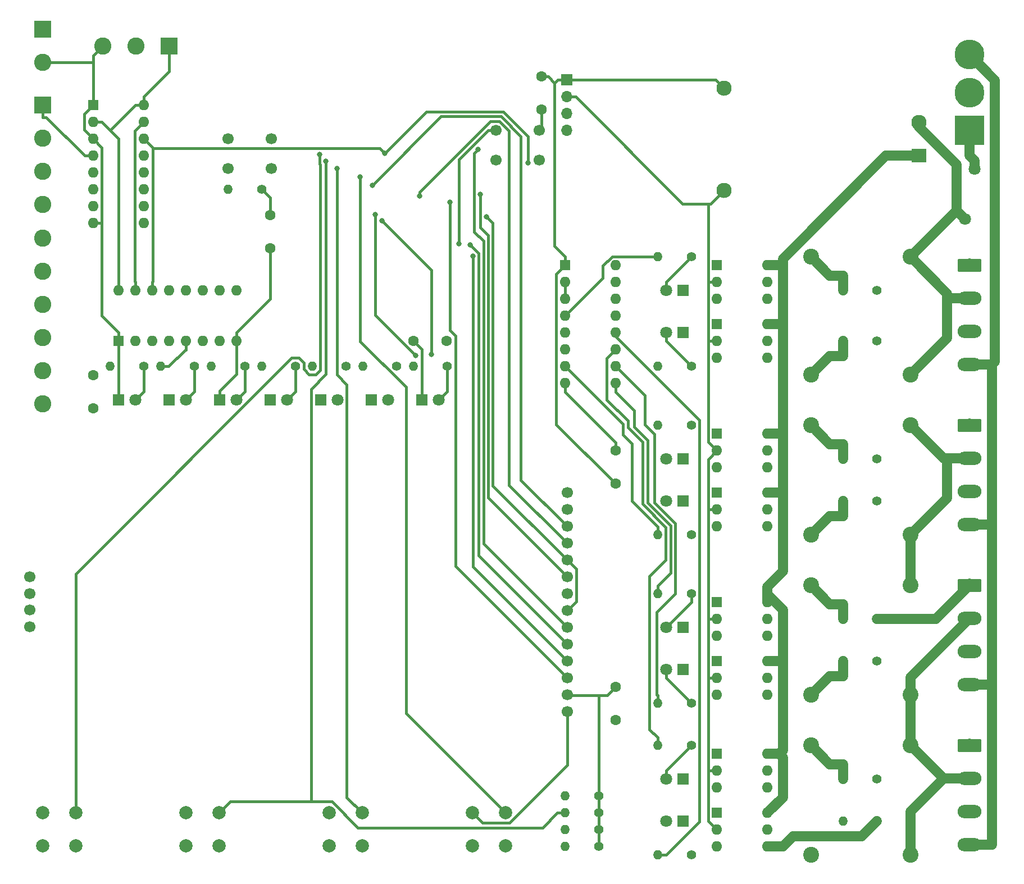
<source format=gbr>
G04 #@! TF.GenerationSoftware,KiCad,Pcbnew,(5.1.4)-1*
G04 #@! TF.CreationDate,2019-09-14T19:38:37+02:00*
G04 #@! TF.ProjectId,regulator board,72656775-6c61-4746-9f72-20626f617264,rev?*
G04 #@! TF.SameCoordinates,Original*
G04 #@! TF.FileFunction,Copper,L2,Bot*
G04 #@! TF.FilePolarity,Positive*
%FSLAX46Y46*%
G04 Gerber Fmt 4.6, Leading zero omitted, Abs format (unit mm)*
G04 Created by KiCad (PCBNEW (5.1.4)-1) date 2019-09-14 19:38:37*
%MOMM*%
%LPD*%
G04 APERTURE LIST*
%ADD10C,2.300000*%
%ADD11R,2.300000X2.000000*%
%ADD12C,1.600000*%
%ADD13C,2.400000*%
%ADD14R,1.800000X1.800000*%
%ADD15C,1.800000*%
%ADD16C,0.100000*%
%ADD17C,2.000000*%
%ADD18O,3.600000X2.000000*%
%ADD19R,1.700000X1.700000*%
%ADD20O,1.700000X1.700000*%
%ADD21R,2.600000X2.600000*%
%ADD22C,2.600000*%
%ADD23O,1.400000X1.400000*%
%ADD24C,1.400000*%
%ADD25C,1.700000*%
%ADD26R,1.600000X1.600000*%
%ADD27O,1.600000X1.600000*%
%ADD28R,4.500880X4.500880*%
%ADD29C,4.500880*%
%ADD30C,0.800000*%
%ADD31C,0.400000*%
%ADD32C,1.500000*%
G04 APERTURE END LIST*
D10*
X154750000Y-34250000D03*
X184150000Y-39450000D03*
D11*
X184150000Y-44450000D03*
D10*
X154750000Y-49650000D03*
D12*
X138430000Y-88900000D03*
X138430000Y-93900000D03*
X59690000Y-77550000D03*
X59690000Y-82550000D03*
X107950000Y-72390000D03*
X112950000Y-72390000D03*
X127254000Y-32512000D03*
X127254000Y-37512000D03*
X138430000Y-124540000D03*
X138430000Y-129540000D03*
X86360000Y-53420000D03*
X86360000Y-58420000D03*
D13*
X167880000Y-59690000D03*
X182880000Y-59690000D03*
X182880000Y-77470000D03*
X167880000Y-77470000D03*
X182880000Y-85090000D03*
X167880000Y-85090000D03*
X167880000Y-101600000D03*
X182880000Y-101600000D03*
X182880000Y-109220000D03*
X167880000Y-109220000D03*
X167880000Y-125730000D03*
X182880000Y-125730000D03*
X182880000Y-133350000D03*
X167880000Y-133350000D03*
X167880000Y-149860000D03*
X182880000Y-149860000D03*
D14*
X148590000Y-64770000D03*
D15*
X146050000Y-64770000D03*
X146050000Y-71120000D03*
D14*
X148590000Y-71120000D03*
X148590000Y-90170000D03*
D15*
X146050000Y-90170000D03*
X146050000Y-96520000D03*
D14*
X148590000Y-96520000D03*
X148590000Y-115570000D03*
D15*
X146050000Y-115570000D03*
X146050000Y-121920000D03*
D14*
X148590000Y-121920000D03*
D15*
X146050000Y-138430000D03*
D14*
X148590000Y-138430000D03*
X148590000Y-144780000D03*
D15*
X146050000Y-144780000D03*
D14*
X63500000Y-81280000D03*
D15*
X66040000Y-81280000D03*
D14*
X71120000Y-81280000D03*
D15*
X73660000Y-81280000D03*
X81280000Y-81280000D03*
D14*
X78740000Y-81280000D03*
X86360000Y-81280000D03*
D15*
X88900000Y-81280000D03*
D14*
X93980000Y-81280000D03*
D15*
X96520000Y-81280000D03*
X104140000Y-81280000D03*
D14*
X101600000Y-81280000D03*
D15*
X111760000Y-81280000D03*
D14*
X109220000Y-81280000D03*
D16*
G36*
X193344504Y-59961204D02*
G01*
X193368773Y-59964804D01*
X193392571Y-59970765D01*
X193415671Y-59979030D01*
X193437849Y-59989520D01*
X193458893Y-60002133D01*
X193478598Y-60016747D01*
X193496777Y-60033223D01*
X193513253Y-60051402D01*
X193527867Y-60071107D01*
X193540480Y-60092151D01*
X193550970Y-60114329D01*
X193559235Y-60137429D01*
X193565196Y-60161227D01*
X193568796Y-60185496D01*
X193570000Y-60210000D01*
X193570000Y-61710000D01*
X193568796Y-61734504D01*
X193565196Y-61758773D01*
X193559235Y-61782571D01*
X193550970Y-61805671D01*
X193540480Y-61827849D01*
X193527867Y-61848893D01*
X193513253Y-61868598D01*
X193496777Y-61886777D01*
X193478598Y-61903253D01*
X193458893Y-61917867D01*
X193437849Y-61930480D01*
X193415671Y-61940970D01*
X193392571Y-61949235D01*
X193368773Y-61955196D01*
X193344504Y-61958796D01*
X193320000Y-61960000D01*
X190220000Y-61960000D01*
X190195496Y-61958796D01*
X190171227Y-61955196D01*
X190147429Y-61949235D01*
X190124329Y-61940970D01*
X190102151Y-61930480D01*
X190081107Y-61917867D01*
X190061402Y-61903253D01*
X190043223Y-61886777D01*
X190026747Y-61868598D01*
X190012133Y-61848893D01*
X189999520Y-61827849D01*
X189989030Y-61805671D01*
X189980765Y-61782571D01*
X189974804Y-61758773D01*
X189971204Y-61734504D01*
X189970000Y-61710000D01*
X189970000Y-60210000D01*
X189971204Y-60185496D01*
X189974804Y-60161227D01*
X189980765Y-60137429D01*
X189989030Y-60114329D01*
X189999520Y-60092151D01*
X190012133Y-60071107D01*
X190026747Y-60051402D01*
X190043223Y-60033223D01*
X190061402Y-60016747D01*
X190081107Y-60002133D01*
X190102151Y-59989520D01*
X190124329Y-59979030D01*
X190147429Y-59970765D01*
X190171227Y-59964804D01*
X190195496Y-59961204D01*
X190220000Y-59960000D01*
X193320000Y-59960000D01*
X193344504Y-59961204D01*
X193344504Y-59961204D01*
G37*
D17*
X191770000Y-60960000D03*
D18*
X191770000Y-65960000D03*
X191770000Y-70960000D03*
X191770000Y-75960000D03*
D19*
X131064000Y-33020000D03*
D20*
X131064000Y-35560000D03*
X131064000Y-38100000D03*
X131064000Y-40640000D03*
D18*
X191770000Y-100090000D03*
X191770000Y-95090000D03*
X191770000Y-90090000D03*
D16*
G36*
X193344504Y-84091204D02*
G01*
X193368773Y-84094804D01*
X193392571Y-84100765D01*
X193415671Y-84109030D01*
X193437849Y-84119520D01*
X193458893Y-84132133D01*
X193478598Y-84146747D01*
X193496777Y-84163223D01*
X193513253Y-84181402D01*
X193527867Y-84201107D01*
X193540480Y-84222151D01*
X193550970Y-84244329D01*
X193559235Y-84267429D01*
X193565196Y-84291227D01*
X193568796Y-84315496D01*
X193570000Y-84340000D01*
X193570000Y-85840000D01*
X193568796Y-85864504D01*
X193565196Y-85888773D01*
X193559235Y-85912571D01*
X193550970Y-85935671D01*
X193540480Y-85957849D01*
X193527867Y-85978893D01*
X193513253Y-85998598D01*
X193496777Y-86016777D01*
X193478598Y-86033253D01*
X193458893Y-86047867D01*
X193437849Y-86060480D01*
X193415671Y-86070970D01*
X193392571Y-86079235D01*
X193368773Y-86085196D01*
X193344504Y-86088796D01*
X193320000Y-86090000D01*
X190220000Y-86090000D01*
X190195496Y-86088796D01*
X190171227Y-86085196D01*
X190147429Y-86079235D01*
X190124329Y-86070970D01*
X190102151Y-86060480D01*
X190081107Y-86047867D01*
X190061402Y-86033253D01*
X190043223Y-86016777D01*
X190026747Y-85998598D01*
X190012133Y-85978893D01*
X189999520Y-85957849D01*
X189989030Y-85935671D01*
X189980765Y-85912571D01*
X189974804Y-85888773D01*
X189971204Y-85864504D01*
X189970000Y-85840000D01*
X189970000Y-84340000D01*
X189971204Y-84315496D01*
X189974804Y-84291227D01*
X189980765Y-84267429D01*
X189989030Y-84244329D01*
X189999520Y-84222151D01*
X190012133Y-84201107D01*
X190026747Y-84181402D01*
X190043223Y-84163223D01*
X190061402Y-84146747D01*
X190081107Y-84132133D01*
X190102151Y-84119520D01*
X190124329Y-84109030D01*
X190147429Y-84100765D01*
X190171227Y-84094804D01*
X190195496Y-84091204D01*
X190220000Y-84090000D01*
X193320000Y-84090000D01*
X193344504Y-84091204D01*
X193344504Y-84091204D01*
G37*
D17*
X191770000Y-85090000D03*
D16*
G36*
X193344504Y-108221204D02*
G01*
X193368773Y-108224804D01*
X193392571Y-108230765D01*
X193415671Y-108239030D01*
X193437849Y-108249520D01*
X193458893Y-108262133D01*
X193478598Y-108276747D01*
X193496777Y-108293223D01*
X193513253Y-108311402D01*
X193527867Y-108331107D01*
X193540480Y-108352151D01*
X193550970Y-108374329D01*
X193559235Y-108397429D01*
X193565196Y-108421227D01*
X193568796Y-108445496D01*
X193570000Y-108470000D01*
X193570000Y-109970000D01*
X193568796Y-109994504D01*
X193565196Y-110018773D01*
X193559235Y-110042571D01*
X193550970Y-110065671D01*
X193540480Y-110087849D01*
X193527867Y-110108893D01*
X193513253Y-110128598D01*
X193496777Y-110146777D01*
X193478598Y-110163253D01*
X193458893Y-110177867D01*
X193437849Y-110190480D01*
X193415671Y-110200970D01*
X193392571Y-110209235D01*
X193368773Y-110215196D01*
X193344504Y-110218796D01*
X193320000Y-110220000D01*
X190220000Y-110220000D01*
X190195496Y-110218796D01*
X190171227Y-110215196D01*
X190147429Y-110209235D01*
X190124329Y-110200970D01*
X190102151Y-110190480D01*
X190081107Y-110177867D01*
X190061402Y-110163253D01*
X190043223Y-110146777D01*
X190026747Y-110128598D01*
X190012133Y-110108893D01*
X189999520Y-110087849D01*
X189989030Y-110065671D01*
X189980765Y-110042571D01*
X189974804Y-110018773D01*
X189971204Y-109994504D01*
X189970000Y-109970000D01*
X189970000Y-108470000D01*
X189971204Y-108445496D01*
X189974804Y-108421227D01*
X189980765Y-108397429D01*
X189989030Y-108374329D01*
X189999520Y-108352151D01*
X190012133Y-108331107D01*
X190026747Y-108311402D01*
X190043223Y-108293223D01*
X190061402Y-108276747D01*
X190081107Y-108262133D01*
X190102151Y-108249520D01*
X190124329Y-108239030D01*
X190147429Y-108230765D01*
X190171227Y-108224804D01*
X190195496Y-108221204D01*
X190220000Y-108220000D01*
X193320000Y-108220000D01*
X193344504Y-108221204D01*
X193344504Y-108221204D01*
G37*
D17*
X191770000Y-109220000D03*
D18*
X191770000Y-114220000D03*
X191770000Y-119220000D03*
X191770000Y-124220000D03*
D21*
X71120000Y-27940000D03*
D22*
X66120000Y-27940000D03*
X61120000Y-27940000D03*
D18*
X191770000Y-148350000D03*
X191770000Y-143350000D03*
X191770000Y-138350000D03*
D16*
G36*
X193344504Y-132351204D02*
G01*
X193368773Y-132354804D01*
X193392571Y-132360765D01*
X193415671Y-132369030D01*
X193437849Y-132379520D01*
X193458893Y-132392133D01*
X193478598Y-132406747D01*
X193496777Y-132423223D01*
X193513253Y-132441402D01*
X193527867Y-132461107D01*
X193540480Y-132482151D01*
X193550970Y-132504329D01*
X193559235Y-132527429D01*
X193565196Y-132551227D01*
X193568796Y-132575496D01*
X193570000Y-132600000D01*
X193570000Y-134100000D01*
X193568796Y-134124504D01*
X193565196Y-134148773D01*
X193559235Y-134172571D01*
X193550970Y-134195671D01*
X193540480Y-134217849D01*
X193527867Y-134238893D01*
X193513253Y-134258598D01*
X193496777Y-134276777D01*
X193478598Y-134293253D01*
X193458893Y-134307867D01*
X193437849Y-134320480D01*
X193415671Y-134330970D01*
X193392571Y-134339235D01*
X193368773Y-134345196D01*
X193344504Y-134348796D01*
X193320000Y-134350000D01*
X190220000Y-134350000D01*
X190195496Y-134348796D01*
X190171227Y-134345196D01*
X190147429Y-134339235D01*
X190124329Y-134330970D01*
X190102151Y-134320480D01*
X190081107Y-134307867D01*
X190061402Y-134293253D01*
X190043223Y-134276777D01*
X190026747Y-134258598D01*
X190012133Y-134238893D01*
X189999520Y-134217849D01*
X189989030Y-134195671D01*
X189980765Y-134172571D01*
X189974804Y-134148773D01*
X189971204Y-134124504D01*
X189970000Y-134100000D01*
X189970000Y-132600000D01*
X189971204Y-132575496D01*
X189974804Y-132551227D01*
X189980765Y-132527429D01*
X189989030Y-132504329D01*
X189999520Y-132482151D01*
X190012133Y-132461107D01*
X190026747Y-132441402D01*
X190043223Y-132423223D01*
X190061402Y-132406747D01*
X190081107Y-132392133D01*
X190102151Y-132379520D01*
X190124329Y-132369030D01*
X190147429Y-132360765D01*
X190171227Y-132354804D01*
X190195496Y-132351204D01*
X190220000Y-132350000D01*
X193320000Y-132350000D01*
X193344504Y-132351204D01*
X193344504Y-132351204D01*
G37*
D17*
X191770000Y-133350000D03*
D21*
X52070000Y-25400000D03*
D22*
X52070000Y-30400000D03*
D21*
X52070000Y-36830000D03*
D22*
X52070000Y-41830000D03*
X52070000Y-46830000D03*
X52070000Y-51830000D03*
X52070000Y-56830000D03*
X52070000Y-61830000D03*
X52070000Y-66830000D03*
X52070000Y-71830000D03*
X52070000Y-76830000D03*
X52070000Y-81830000D03*
D23*
X144780000Y-59690000D03*
D24*
X149860000Y-59690000D03*
X177800000Y-64770000D03*
D23*
X172720000Y-64770000D03*
D24*
X149860000Y-76200000D03*
D23*
X144780000Y-76200000D03*
D24*
X177800000Y-72390000D03*
D23*
X172720000Y-72390000D03*
X144780000Y-85090000D03*
D24*
X149860000Y-85090000D03*
D23*
X80010000Y-49530000D03*
D24*
X85090000Y-49530000D03*
X177800000Y-90170000D03*
D23*
X172720000Y-90170000D03*
D24*
X149860000Y-101600000D03*
D23*
X144780000Y-101600000D03*
D24*
X177800000Y-96520000D03*
D23*
X172720000Y-96520000D03*
X144780000Y-110490000D03*
D24*
X149860000Y-110490000D03*
X177800000Y-114300000D03*
D23*
X172720000Y-114300000D03*
D24*
X149860000Y-127000000D03*
D23*
X144780000Y-127000000D03*
X172720000Y-120650000D03*
D24*
X177800000Y-120650000D03*
D23*
X144780000Y-133350000D03*
D24*
X149860000Y-133350000D03*
D23*
X172720000Y-138430000D03*
D24*
X177800000Y-138430000D03*
X149860000Y-149860000D03*
D23*
X144780000Y-149860000D03*
D24*
X177800000Y-144780000D03*
D23*
X172720000Y-144780000D03*
X62230000Y-76200000D03*
D24*
X67310000Y-76200000D03*
X74930000Y-76200000D03*
D23*
X69850000Y-76200000D03*
X77470000Y-76200000D03*
D24*
X82550000Y-76200000D03*
X90170000Y-76200000D03*
D23*
X85090000Y-76200000D03*
D24*
X97790000Y-76200000D03*
D23*
X92710000Y-76200000D03*
X130810000Y-140970000D03*
D24*
X135890000Y-140970000D03*
D23*
X100330000Y-76200000D03*
D24*
X105410000Y-76200000D03*
D23*
X130810000Y-143510000D03*
D24*
X135890000Y-143510000D03*
X113030000Y-76200000D03*
D23*
X107950000Y-76200000D03*
X130810000Y-146050000D03*
D24*
X135890000Y-146050000D03*
D23*
X130810000Y-148590000D03*
D24*
X135890000Y-148590000D03*
D15*
X191132000Y-53982000D03*
X192532000Y-46482000D03*
D25*
X86510000Y-46410000D03*
X80010000Y-46410000D03*
X86510000Y-41910000D03*
X80010000Y-41910000D03*
X120396000Y-40640000D03*
X126896000Y-40640000D03*
X120396000Y-45140000D03*
X126896000Y-45140000D03*
D17*
X52070000Y-143510000D03*
X57070000Y-143510000D03*
X57070000Y-148510000D03*
X52070000Y-148510000D03*
X73660000Y-148510000D03*
X78660000Y-148510000D03*
X78660000Y-143510000D03*
X73660000Y-143510000D03*
X95250000Y-143510000D03*
X100250000Y-143510000D03*
X100250000Y-148510000D03*
X95250000Y-148510000D03*
X116840000Y-148510000D03*
X121840000Y-148510000D03*
X121840000Y-143510000D03*
X116840000Y-143510000D03*
D25*
X131170000Y-95250000D03*
X131170000Y-97790000D03*
X131170000Y-100330000D03*
X131170000Y-102870000D03*
X131170000Y-105410000D03*
X131170000Y-107950000D03*
X131170000Y-110490000D03*
X131170000Y-113030000D03*
X131170000Y-120650000D03*
X131170000Y-118110000D03*
X131170000Y-125730000D03*
X131170000Y-123190000D03*
X131170000Y-115570000D03*
X131170000Y-128270000D03*
X50170000Y-110490000D03*
X50170000Y-107950000D03*
X50170000Y-115490000D03*
X50170000Y-112950000D03*
D26*
X153670000Y-60960000D03*
D27*
X161290000Y-66040000D03*
X153670000Y-63500000D03*
X161290000Y-63500000D03*
X153670000Y-66040000D03*
X161290000Y-60960000D03*
D26*
X130810000Y-60960000D03*
D27*
X138430000Y-78740000D03*
X130810000Y-63500000D03*
X138430000Y-76200000D03*
X130810000Y-66040000D03*
X138430000Y-73660000D03*
X130810000Y-68580000D03*
X138430000Y-71120000D03*
X130810000Y-71120000D03*
X138430000Y-68580000D03*
X130810000Y-73660000D03*
X138430000Y-66040000D03*
X130810000Y-76200000D03*
X138430000Y-63500000D03*
X130810000Y-78740000D03*
X138430000Y-60960000D03*
X161290000Y-69850000D03*
X153670000Y-74930000D03*
X161290000Y-72390000D03*
X153670000Y-72390000D03*
X161290000Y-74930000D03*
D26*
X153670000Y-69850000D03*
X153670000Y-86360000D03*
D27*
X161290000Y-91440000D03*
X153670000Y-88900000D03*
X161290000Y-88900000D03*
X153670000Y-91440000D03*
X161290000Y-86360000D03*
X161290000Y-95250000D03*
X153670000Y-100330000D03*
X161290000Y-97790000D03*
X153670000Y-97790000D03*
X161290000Y-100330000D03*
D26*
X153670000Y-95250000D03*
D27*
X161290000Y-111760000D03*
X153670000Y-116840000D03*
X161290000Y-114300000D03*
X153670000Y-114300000D03*
X161290000Y-116840000D03*
D26*
X153670000Y-111760000D03*
X153670000Y-120650000D03*
D27*
X161290000Y-125730000D03*
X153670000Y-123190000D03*
X161290000Y-123190000D03*
X153670000Y-125730000D03*
X161290000Y-120650000D03*
X161290000Y-134620000D03*
X153670000Y-139700000D03*
X161290000Y-137160000D03*
X153670000Y-137160000D03*
X161290000Y-139700000D03*
D26*
X153670000Y-134620000D03*
X153670000Y-143510000D03*
D27*
X161290000Y-148590000D03*
X153670000Y-146050000D03*
X161290000Y-146050000D03*
X153670000Y-148590000D03*
X161290000Y-143510000D03*
X63500000Y-64770000D03*
X81280000Y-72390000D03*
X66040000Y-64770000D03*
X78740000Y-72390000D03*
X68580000Y-64770000D03*
X76200000Y-72390000D03*
X71120000Y-64770000D03*
X73660000Y-72390000D03*
X73660000Y-64770000D03*
X71120000Y-72390000D03*
X76200000Y-64770000D03*
X68580000Y-72390000D03*
X78740000Y-64770000D03*
X66040000Y-72390000D03*
X81280000Y-64770000D03*
D26*
X63500000Y-72390000D03*
X59690000Y-36830000D03*
D27*
X67310000Y-54610000D03*
X59690000Y-39370000D03*
X67310000Y-52070000D03*
X59690000Y-41910000D03*
X67310000Y-49530000D03*
X59690000Y-44450000D03*
X67310000Y-46990000D03*
X59690000Y-46990000D03*
X67310000Y-44450000D03*
X59690000Y-49530000D03*
X67310000Y-41910000D03*
X59690000Y-52070000D03*
X67310000Y-39370000D03*
X59690000Y-54610000D03*
X67310000Y-36830000D03*
D28*
X191770000Y-40640000D03*
D29*
X191770000Y-34925000D03*
X191770000Y-29210000D03*
D30*
X93843900Y-44221500D03*
X94792300Y-45284700D03*
X96446200Y-46355000D03*
X99939900Y-47625000D03*
X114850100Y-57713200D03*
X110633500Y-74377300D03*
X103238600Y-54283100D03*
X108312600Y-74591600D03*
X102179600Y-53328500D03*
X101785500Y-48895000D03*
X108919500Y-50527900D03*
X118946400Y-53643200D03*
X118046000Y-50255000D03*
X116894100Y-59569700D03*
X116539400Y-57906900D03*
X113429900Y-51435000D03*
X117660800Y-43521100D03*
X125205600Y-45546600D03*
X103613800Y-44074700D03*
D31*
X109220000Y-81280000D02*
X109220000Y-73660000D01*
X109220000Y-73660000D02*
X107950000Y-72390000D01*
X63500000Y-72390000D02*
X63500000Y-71089700D01*
X63500000Y-71089700D02*
X60990300Y-68580000D01*
X60990300Y-68580000D02*
X60990300Y-54610000D01*
X63500000Y-81280000D02*
X63500000Y-72390000D01*
X60990300Y-54610000D02*
X60990300Y-43210300D01*
X60990300Y-43210300D02*
X59690000Y-41910000D01*
X59690000Y-54610000D02*
X60990300Y-54610000D01*
X131064000Y-35560000D02*
X132414300Y-35560000D01*
X152369700Y-51680100D02*
X152719900Y-51680100D01*
X152719900Y-51680100D02*
X154750000Y-49650000D01*
X132414300Y-35560000D02*
X148534400Y-51680100D01*
X148534400Y-51680100D02*
X152369700Y-51680100D01*
X152369700Y-63500000D02*
X152369700Y-51680100D01*
X152369700Y-72390000D02*
X152369700Y-63500000D01*
X135890000Y-125810000D02*
X131250000Y-125810000D01*
X131250000Y-125810000D02*
X131170000Y-125730000D01*
X138430000Y-124540000D02*
X137160000Y-125810000D01*
X137160000Y-125810000D02*
X135890000Y-125810000D01*
X135890000Y-125810000D02*
X135890000Y-140970000D01*
X135890000Y-140970000D02*
X135890000Y-143510000D01*
X130810000Y-66040000D02*
X130810000Y-63500000D01*
X130810000Y-78740000D02*
X130810000Y-80040300D01*
X59690000Y-30400000D02*
X59690000Y-29370000D01*
X59690000Y-29370000D02*
X61120000Y-27940000D01*
X59690000Y-36830000D02*
X59690000Y-30400000D01*
X59690000Y-30400000D02*
X52070000Y-30400000D01*
X152369700Y-72390000D02*
X152369700Y-87599700D01*
X152369700Y-87599700D02*
X153670000Y-88900000D01*
X153670000Y-72390000D02*
X152369700Y-72390000D01*
X153670000Y-63500000D02*
X152369700Y-63500000D01*
X153670000Y-88900000D02*
X152369700Y-90200300D01*
X152369700Y-90200300D02*
X152369700Y-97790000D01*
X152369700Y-123190000D02*
X152369700Y-114300000D01*
X152369700Y-137160000D02*
X152369700Y-123190000D01*
X153670000Y-146050000D02*
X152369700Y-144749700D01*
X152369700Y-144749700D02*
X152369700Y-137160000D01*
X153670000Y-137160000D02*
X152369700Y-137160000D01*
X153670000Y-123190000D02*
X152369700Y-123190000D01*
X152369700Y-97790000D02*
X152369700Y-114300000D01*
X138430000Y-88900000D02*
X138430000Y-87660300D01*
X138430000Y-87660300D02*
X130810000Y-80040300D01*
X81280000Y-72390000D02*
X81280000Y-71089700D01*
X86360000Y-58420000D02*
X86360000Y-66009700D01*
X86360000Y-66009700D02*
X81280000Y-71089700D01*
X135890000Y-146050000D02*
X135890000Y-143510000D01*
X135890000Y-148590000D02*
X135890000Y-146050000D01*
X126896000Y-40640000D02*
X127254000Y-40282000D01*
X127254000Y-40282000D02*
X127254000Y-37512000D01*
X153670000Y-97790000D02*
X152369700Y-97790000D01*
X153670000Y-114300000D02*
X152369700Y-114300000D01*
X59690000Y-41910000D02*
X58341200Y-40561200D01*
X58341200Y-40561200D02*
X58341200Y-38178800D01*
X58341200Y-38178800D02*
X59690000Y-36830000D01*
X78740000Y-81280000D02*
X78740000Y-79879700D01*
X81280000Y-72390000D02*
X81280000Y-77339700D01*
X81280000Y-77339700D02*
X78740000Y-79879700D01*
X131064000Y-33020000D02*
X153520000Y-33020000D01*
X153520000Y-33020000D02*
X154750000Y-34250000D01*
X130716700Y-33020000D02*
X131064000Y-33020000D01*
X130716700Y-33020000D02*
X129713700Y-33020000D01*
X129235600Y-33498100D02*
X129713700Y-33020000D01*
X127254000Y-32512000D02*
X128249500Y-32512000D01*
X128249500Y-32512000D02*
X129235600Y-33498100D01*
X130810000Y-59659700D02*
X129235600Y-58085300D01*
X129235600Y-58085300D02*
X129235600Y-33498100D01*
X63500000Y-64770000D02*
X63500000Y-41879700D01*
X63500000Y-41879700D02*
X62230000Y-40609700D01*
X130810000Y-60960000D02*
X129470100Y-62299900D01*
X129470100Y-62299900D02*
X129470100Y-84940100D01*
X129470100Y-84940100D02*
X138430000Y-93900000D01*
X130810000Y-60960000D02*
X130810000Y-59659700D01*
X60990300Y-39370000D02*
X62230000Y-40609700D01*
X62230000Y-40609700D02*
X66009700Y-36830000D01*
X67310000Y-36830000D02*
X66009700Y-36830000D01*
X59690000Y-39370000D02*
X60990300Y-39370000D01*
X67310000Y-36830000D02*
X67310000Y-35529700D01*
X67310000Y-35529700D02*
X71120000Y-31719700D01*
X71120000Y-31719700D02*
X71120000Y-27940000D01*
X85090000Y-49530000D02*
X86360000Y-50800000D01*
X86360000Y-50800000D02*
X86360000Y-53420000D01*
X116840000Y-143510000D02*
X118342300Y-145012300D01*
X118342300Y-145012300D02*
X122460400Y-145012300D01*
X122460400Y-145012300D02*
X131170000Y-136302700D01*
X131170000Y-136302700D02*
X131170000Y-128270000D01*
D32*
X172720000Y-64770000D02*
X172720000Y-62519700D01*
X172720000Y-62519700D02*
X170709700Y-62519700D01*
X170709700Y-62519700D02*
X167880000Y-59690000D01*
X189860000Y-52710000D02*
X191132000Y-53982000D01*
X184150000Y-39450000D02*
X184150000Y-40074000D01*
X184150000Y-40074000D02*
X189860000Y-45784000D01*
X189860000Y-45784000D02*
X189860000Y-52710000D01*
X189860000Y-52710000D02*
X182880000Y-59690000D01*
X188419700Y-90090000D02*
X187880000Y-90090000D01*
X187880000Y-90090000D02*
X182880000Y-85090000D01*
X182880000Y-101600000D02*
X188419700Y-96060300D01*
X188419700Y-96060300D02*
X188419700Y-90090000D01*
X182880000Y-77470000D02*
X188419700Y-71930300D01*
X188419700Y-71930300D02*
X188419700Y-65960000D01*
X191770000Y-65960000D02*
X188419700Y-65960000D01*
X182880000Y-59690000D02*
X188419700Y-65229700D01*
X188419700Y-65229700D02*
X188419700Y-65960000D01*
X182880000Y-109220000D02*
X182880000Y-101600000D01*
X191770000Y-90090000D02*
X188419700Y-90090000D01*
X191770000Y-114220000D02*
X182880000Y-123110000D01*
X182880000Y-123110000D02*
X182880000Y-125730000D01*
X182880000Y-125730000D02*
X182880000Y-133350000D01*
X187880000Y-138350000D02*
X182880000Y-133350000D01*
X191770000Y-138350000D02*
X187880000Y-138350000D01*
X182880000Y-149860000D02*
X182880000Y-143350000D01*
X182880000Y-143350000D02*
X187880000Y-138350000D01*
X172720000Y-72390000D02*
X172720000Y-74640300D01*
X172720000Y-74640300D02*
X170709700Y-74640300D01*
X170709700Y-74640300D02*
X167880000Y-77470000D01*
X172720000Y-90170000D02*
X172720000Y-87919700D01*
X172720000Y-87919700D02*
X170709700Y-87919700D01*
X170709700Y-87919700D02*
X167880000Y-85090000D01*
X172720000Y-96520000D02*
X172720000Y-98770300D01*
X172720000Y-98770300D02*
X170709700Y-98770300D01*
X170709700Y-98770300D02*
X167880000Y-101600000D01*
X172720000Y-114300000D02*
X172720000Y-112049700D01*
X172720000Y-112049700D02*
X170709700Y-112049700D01*
X170709700Y-112049700D02*
X167880000Y-109220000D01*
X172720000Y-120650000D02*
X172720000Y-122900300D01*
X172720000Y-122900300D02*
X170709700Y-122900300D01*
X170709700Y-122900300D02*
X167880000Y-125730000D01*
X172720000Y-138430000D02*
X172720000Y-136179700D01*
X172720000Y-136179700D02*
X170709700Y-136179700D01*
X170709700Y-136179700D02*
X167880000Y-133350000D01*
D31*
X149860000Y-59690000D02*
X146050000Y-63500000D01*
X146050000Y-63500000D02*
X146050000Y-64770000D01*
X149860000Y-76200000D02*
X146050000Y-72390000D01*
X146050000Y-72390000D02*
X146050000Y-71120000D01*
X149860000Y-110490000D02*
X149860000Y-111760000D01*
X149860000Y-111760000D02*
X146050000Y-115570000D01*
X149860000Y-127000000D02*
X146050000Y-123190000D01*
X146050000Y-123190000D02*
X146050000Y-121920000D01*
X149860000Y-133350000D02*
X146050000Y-137160000D01*
X146050000Y-137160000D02*
X146050000Y-138430000D01*
X67310000Y-76200000D02*
X67310000Y-80010000D01*
X67310000Y-80010000D02*
X66040000Y-81280000D01*
X74930000Y-76200000D02*
X74930000Y-80010000D01*
X74930000Y-80010000D02*
X73660000Y-81280000D01*
X82550000Y-76200000D02*
X82550000Y-80010000D01*
X82550000Y-80010000D02*
X81280000Y-81280000D01*
X90170000Y-76200000D02*
X90170000Y-80010000D01*
X90170000Y-80010000D02*
X88900000Y-81280000D01*
X113030000Y-76200000D02*
X113030000Y-80010000D01*
X113030000Y-80010000D02*
X111760000Y-81280000D01*
D32*
X195120300Y-100090000D02*
X195174100Y-100036200D01*
X195174100Y-100036200D02*
X195174100Y-76013800D01*
X195174100Y-76013800D02*
X195120300Y-75960000D01*
X194545700Y-100090000D02*
X195120300Y-100090000D01*
X191770000Y-100090000D02*
X194545700Y-100090000D01*
X195120300Y-100090000D02*
X195174000Y-100143700D01*
X195174000Y-100143700D02*
X195174000Y-124166300D01*
X195174000Y-124166300D02*
X195120300Y-124220000D01*
X191770000Y-124220000D02*
X195120300Y-124220000D01*
X191770000Y-148350000D02*
X195120300Y-148350000D01*
X195120300Y-148350000D02*
X195137000Y-148333300D01*
X195137000Y-148333300D02*
X195137000Y-124236700D01*
X195137000Y-124236700D02*
X195120300Y-124220000D01*
X191770000Y-75960000D02*
X195120300Y-75960000D01*
X191770000Y-29210000D02*
X195594600Y-33034600D01*
X195594600Y-33034600D02*
X195594600Y-75485700D01*
X195594600Y-75485700D02*
X195120300Y-75960000D01*
X161290000Y-110584800D02*
X163640300Y-112935100D01*
X163640300Y-112935100D02*
X163640300Y-120650000D01*
X161290000Y-110584800D02*
X161290000Y-109409700D01*
X161290000Y-111760000D02*
X161290000Y-110584800D01*
X161290000Y-120650000D02*
X163640300Y-120650000D01*
X163065300Y-134620000D02*
X163640300Y-134045000D01*
X163640300Y-134045000D02*
X163640300Y-120650000D01*
X163065300Y-134620000D02*
X163640300Y-135195000D01*
X163640300Y-135195000D02*
X163640300Y-141159700D01*
X163640300Y-141159700D02*
X161290000Y-143510000D01*
X163065200Y-134620000D02*
X163065300Y-134620000D01*
X163640300Y-95250000D02*
X163640300Y-107059400D01*
X163640300Y-107059400D02*
X161290000Y-109409700D01*
X163640300Y-86360000D02*
X163640300Y-95250000D01*
X184150000Y-44450000D02*
X179162200Y-44450000D01*
X179162200Y-44450000D02*
X163640300Y-59971900D01*
X163640300Y-59971900D02*
X163640300Y-60960000D01*
X163640300Y-69850000D02*
X163640300Y-86360000D01*
X161290000Y-69850000D02*
X163640300Y-69850000D01*
X163640300Y-60960000D02*
X163640300Y-69850000D01*
X161290000Y-86360000D02*
X163640300Y-86360000D01*
X161290000Y-60960000D02*
X163640300Y-60960000D01*
X161290000Y-95250000D02*
X163640300Y-95250000D01*
X161290000Y-134620000D02*
X163065200Y-134620000D01*
X191770000Y-40640000D02*
X191770000Y-44440700D01*
X191770000Y-44440700D02*
X192532000Y-45202700D01*
X192532000Y-45202700D02*
X192532000Y-46482000D01*
X191770000Y-109220000D02*
X186690000Y-114300000D01*
X186690000Y-114300000D02*
X177800000Y-114300000D01*
X161290000Y-148590000D02*
X163640300Y-148590000D01*
X163640300Y-148590000D02*
X165166800Y-147063500D01*
X165166800Y-147063500D02*
X175516500Y-147063500D01*
X175516500Y-147063500D02*
X177800000Y-144780000D01*
D31*
X52070000Y-36830000D02*
X52070000Y-38630300D01*
X59690000Y-44450000D02*
X58389700Y-44450000D01*
X58389700Y-44450000D02*
X52570000Y-38630300D01*
X52570000Y-38630300D02*
X52070000Y-38630300D01*
X144780000Y-59690000D02*
X143579700Y-59690000D01*
X130810000Y-68580000D02*
X136523300Y-62866700D01*
X136523300Y-62866700D02*
X136523300Y-61008300D01*
X136523300Y-61008300D02*
X137907100Y-59624500D01*
X137907100Y-59624500D02*
X143514200Y-59624500D01*
X143514200Y-59624500D02*
X143579700Y-59690000D01*
X144780000Y-101600000D02*
X144780000Y-100399700D01*
X130810000Y-76200000D02*
X139517600Y-84907600D01*
X139517600Y-84907600D02*
X139517600Y-86537900D01*
X139517600Y-86537900D02*
X140853700Y-87874000D01*
X140853700Y-87874000D02*
X140853700Y-96473400D01*
X140853700Y-96473400D02*
X144780000Y-100399700D01*
X144780000Y-109289700D02*
X146729400Y-107340300D01*
X146729400Y-107340300D02*
X146729400Y-100200700D01*
X146729400Y-100200700D02*
X143232400Y-96703700D01*
X143232400Y-96703700D02*
X143232400Y-87362000D01*
X143232400Y-87362000D02*
X141228000Y-85357600D01*
X141228000Y-85357600D02*
X141228000Y-82838300D01*
X141228000Y-82838300D02*
X138430000Y-80040300D01*
X144780000Y-110490000D02*
X144780000Y-109289700D01*
X138430000Y-78740000D02*
X138430000Y-80040300D01*
X144780000Y-127000000D02*
X144780000Y-125799700D01*
X138430000Y-76200000D02*
X142835600Y-80605600D01*
X142835600Y-80605600D02*
X142835600Y-84984600D01*
X142835600Y-84984600D02*
X144282900Y-86431900D01*
X144282900Y-86431900D02*
X144282900Y-96763800D01*
X144282900Y-96763800D02*
X147429800Y-99910700D01*
X147429800Y-99910700D02*
X147429800Y-110457400D01*
X147429800Y-110457400D02*
X144645000Y-113242200D01*
X144645000Y-113242200D02*
X144645000Y-125664700D01*
X144645000Y-125664700D02*
X144780000Y-125799700D01*
X144780000Y-132149700D02*
X143558800Y-130928500D01*
X143558800Y-130928500D02*
X143558800Y-107808200D01*
X143558800Y-107808200D02*
X145981700Y-105385300D01*
X145981700Y-105385300D02*
X145981700Y-100443400D01*
X145981700Y-100443400D02*
X142471900Y-96933600D01*
X142471900Y-96933600D02*
X142471900Y-87591800D01*
X142471900Y-87591800D02*
X140280300Y-85400200D01*
X140280300Y-85400200D02*
X140280300Y-84409900D01*
X140280300Y-84409900D02*
X137117000Y-81246600D01*
X137117000Y-81246600D02*
X137117000Y-74973000D01*
X137117000Y-74973000D02*
X138430000Y-73660000D01*
X144780000Y-133350000D02*
X144780000Y-132149700D01*
X138430000Y-71120000D02*
X138430000Y-71646300D01*
X138430000Y-71646300D02*
X151060900Y-84277200D01*
X151060900Y-84277200D02*
X151060900Y-144845500D01*
X151060900Y-144845500D02*
X146046400Y-149860000D01*
X146046400Y-149860000D02*
X144780000Y-149860000D01*
X69850000Y-76200000D02*
X71050300Y-76200000D01*
X73660000Y-72390000D02*
X73660000Y-73690300D01*
X73660000Y-73690300D02*
X73560000Y-73690300D01*
X73560000Y-73690300D02*
X71050300Y-76200000D01*
X57070000Y-143510000D02*
X57070000Y-107470600D01*
X57070000Y-107470600D02*
X89609700Y-74930900D01*
X89609700Y-74930900D02*
X90670100Y-74930900D01*
X90670100Y-74930900D02*
X91440000Y-75700800D01*
X91440000Y-75700800D02*
X91440000Y-76630200D01*
X91440000Y-76630200D02*
X92234100Y-77424300D01*
X92234100Y-77424300D02*
X93250600Y-77424300D01*
X93250600Y-77424300D02*
X93923800Y-76751100D01*
X93923800Y-76751100D02*
X93923800Y-45778200D01*
X93923800Y-45778200D02*
X93843900Y-45698300D01*
X93843900Y-45698300D02*
X93843900Y-44221500D01*
X92523700Y-141823300D02*
X95685300Y-141823300D01*
X95685300Y-141823300D02*
X99590200Y-145728200D01*
X99590200Y-145728200D02*
X127391500Y-145728200D01*
X127391500Y-145728200D02*
X129609700Y-143510000D01*
X78660000Y-143510000D02*
X80346700Y-141823300D01*
X80346700Y-141823300D02*
X92523700Y-141823300D01*
X92523700Y-141823300D02*
X92523700Y-79636900D01*
X92523700Y-79636900D02*
X94792300Y-77368300D01*
X94792300Y-77368300D02*
X94792300Y-45284700D01*
X130810000Y-143510000D02*
X129609700Y-143510000D01*
X100250000Y-143510000D02*
X97920400Y-141180400D01*
X97920400Y-141180400D02*
X97920400Y-78947500D01*
X97920400Y-78947500D02*
X96446200Y-77473300D01*
X96446200Y-77473300D02*
X96446200Y-46355000D01*
X121840000Y-143510000D02*
X106815900Y-128485900D01*
X106815900Y-128485900D02*
X106815900Y-79303300D01*
X106815900Y-79303300D02*
X99939900Y-72427300D01*
X99939900Y-72427300D02*
X99939900Y-47625000D01*
X114850100Y-57713200D02*
X114850100Y-45029700D01*
X114850100Y-45029700D02*
X119239800Y-40640000D01*
X119239800Y-40640000D02*
X120396000Y-40640000D01*
X103238600Y-54283100D02*
X110633500Y-61678000D01*
X110633500Y-61678000D02*
X110633500Y-74377300D01*
X102179600Y-53328500D02*
X102179600Y-68458600D01*
X102179600Y-68458600D02*
X108312600Y-74591600D01*
X131170000Y-100330000D02*
X124165300Y-93325300D01*
X124165300Y-93325300D02*
X124165200Y-93325300D01*
X124165200Y-93325300D02*
X124165200Y-41506500D01*
X124165200Y-41506500D02*
X121190200Y-38531500D01*
X121190200Y-38531500D02*
X112149000Y-38531500D01*
X112149000Y-38531500D02*
X101785500Y-48895000D01*
X131170000Y-102870000D02*
X122387200Y-94087200D01*
X122387200Y-94087200D02*
X122387200Y-40719100D01*
X122387200Y-40719100D02*
X120937100Y-39269000D01*
X120937100Y-39269000D02*
X119573200Y-39269000D01*
X119573200Y-39269000D02*
X108919500Y-49922700D01*
X108919500Y-49922700D02*
X108919500Y-50527900D01*
X118946400Y-53643200D02*
X119925900Y-54622700D01*
X119925900Y-54622700D02*
X119925900Y-94165900D01*
X119925900Y-94165900D02*
X131170000Y-105410000D01*
X131170000Y-105410000D02*
X132521800Y-106761800D01*
X132521800Y-106761800D02*
X132521800Y-111678200D01*
X132521800Y-111678200D02*
X131170000Y-113030000D01*
X131170000Y-107950000D02*
X119202300Y-95982300D01*
X119202300Y-95982300D02*
X119202300Y-56445000D01*
X119202300Y-56445000D02*
X118046100Y-55288800D01*
X118046100Y-55288800D02*
X118046100Y-50255000D01*
X118046100Y-50255000D02*
X118046000Y-50255000D01*
X131170000Y-120650000D02*
X116894100Y-106374100D01*
X116894100Y-106374100D02*
X116894100Y-59569700D01*
X116539400Y-57906900D02*
X117801500Y-59169000D01*
X117801500Y-59169000D02*
X117801500Y-104741500D01*
X117801500Y-104741500D02*
X131170000Y-118110000D01*
X131170000Y-123190000D02*
X114269500Y-106289500D01*
X114269500Y-106289500D02*
X114269500Y-71595200D01*
X114269500Y-71595200D02*
X113429900Y-70755600D01*
X113429900Y-70755600D02*
X113429900Y-51435000D01*
X117660800Y-43521100D02*
X117122400Y-44059500D01*
X117122400Y-44059500D02*
X117122400Y-55935600D01*
X117122400Y-55935600D02*
X118502000Y-57315200D01*
X118502000Y-57315200D02*
X118502000Y-102902000D01*
X118502000Y-102902000D02*
X131170000Y-115570000D01*
X103613800Y-44074700D02*
X109870200Y-37818300D01*
X109870200Y-37818300D02*
X121467500Y-37818300D01*
X121467500Y-37818300D02*
X125205600Y-41556400D01*
X125205600Y-41556400D02*
X125205600Y-45546600D01*
X68653700Y-43321100D02*
X102860200Y-43321100D01*
X102860200Y-43321100D02*
X103613800Y-44074700D01*
X68653700Y-43321100D02*
X68653700Y-43253700D01*
X68653700Y-43253700D02*
X67310000Y-41910000D01*
X68580000Y-63469700D02*
X68653700Y-63396000D01*
X68653700Y-63396000D02*
X68653700Y-43321100D01*
X68580000Y-64770000D02*
X68580000Y-63469700D01*
X66040000Y-64770000D02*
X66040000Y-63469700D01*
X66040000Y-63469700D02*
X65975200Y-63404900D01*
X65975200Y-63404900D02*
X65975200Y-40704800D01*
X65975200Y-40704800D02*
X67310000Y-39370000D01*
M02*

</source>
